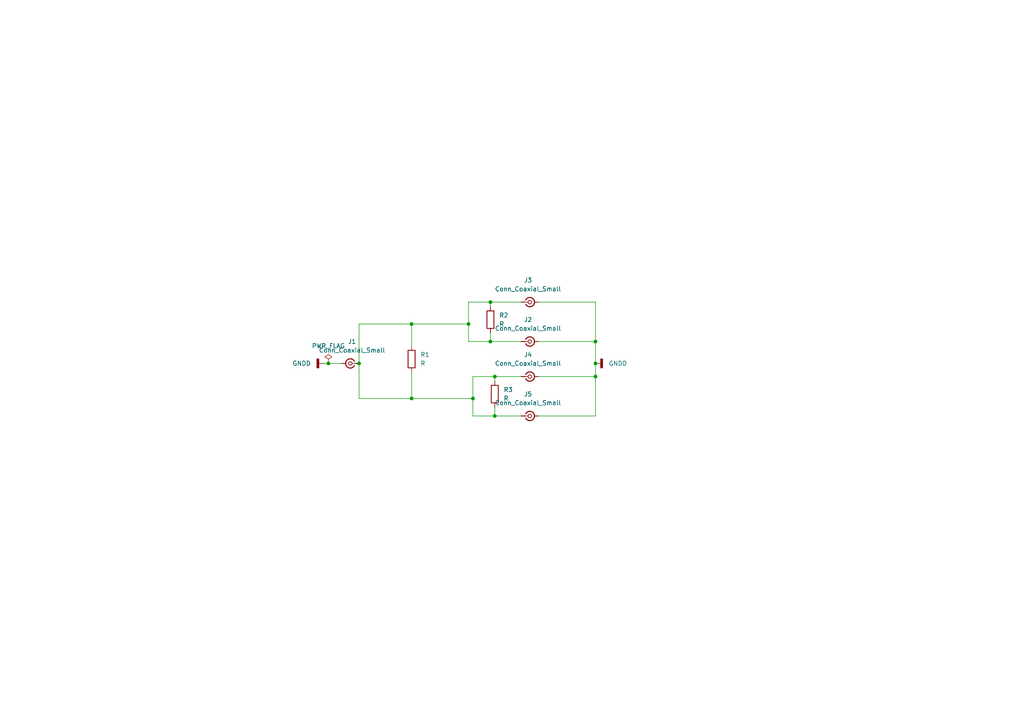
<source format=kicad_sch>
(kicad_sch
	(version 20231120)
	(generator "eeschema")
	(generator_version "8.0")
	(uuid "eb22246d-009d-4e0a-8973-843ed351aee3")
	(paper "A4")
	(lib_symbols
		(symbol "Connector:Conn_Coaxial_Small"
			(pin_numbers hide)
			(pin_names
				(offset 1.016) hide)
			(exclude_from_sim no)
			(in_bom yes)
			(on_board yes)
			(property "Reference" "J"
				(at 0.254 3.048 0)
				(effects
					(font
						(size 1.27 1.27)
					)
				)
			)
			(property "Value" "Conn_Coaxial_Small"
				(at 0 -3.81 0)
				(effects
					(font
						(size 1.27 1.27)
					)
				)
			)
			(property "Footprint" ""
				(at 0 0 0)
				(effects
					(font
						(size 1.27 1.27)
					)
					(hide yes)
				)
			)
			(property "Datasheet" "~"
				(at 0 0 0)
				(effects
					(font
						(size 1.27 1.27)
					)
					(hide yes)
				)
			)
			(property "Description" "small coaxial connector (BNC, SMA, SMB, SMC, Cinch/RCA, LEMO, ...)"
				(at 0 0 0)
				(effects
					(font
						(size 1.27 1.27)
					)
					(hide yes)
				)
			)
			(property "ki_keywords" "BNC SMA SMB SMC LEMO coaxial connector CINCH RCA MCX MMCX U.FL UMRF"
				(at 0 0 0)
				(effects
					(font
						(size 1.27 1.27)
					)
					(hide yes)
				)
			)
			(property "ki_fp_filters" "*BNC* *SMA* *SMB* *SMC* *Cinch* *LEMO* *UMRF* *MCX* *U.FL*"
				(at 0 0 0)
				(effects
					(font
						(size 1.27 1.27)
					)
					(hide yes)
				)
			)
			(symbol "Conn_Coaxial_Small_0_1"
				(polyline
					(pts
						(xy -2.54 0) (xy -0.508 0)
					)
					(stroke
						(width 0)
						(type default)
					)
					(fill
						(type none)
					)
				)
				(circle
					(center 0 0)
					(radius 0.508)
					(stroke
						(width 0.2032)
						(type default)
					)
					(fill
						(type none)
					)
				)
			)
			(symbol "Conn_Coaxial_Small_1_1"
				(arc
					(start -1.1916 -0.6311)
					(mid 0.327 -1.3081)
					(end 1.3484 0.0039)
					(stroke
						(width 0.3048)
						(type default)
					)
					(fill
						(type none)
					)
				)
				(arc
					(start 1.3484 -0.0039)
					(mid 0.327 1.3081)
					(end -1.1916 0.6311)
					(stroke
						(width 0.3048)
						(type default)
					)
					(fill
						(type none)
					)
				)
				(pin passive line
					(at -2.54 0 0)
					(length 1.27)
					(name "In"
						(effects
							(font
								(size 1.27 1.27)
							)
						)
					)
					(number "1"
						(effects
							(font
								(size 1.27 1.27)
							)
						)
					)
				)
				(pin passive line
					(at 2.54 0 180)
					(length 1.27)
					(name "Ext"
						(effects
							(font
								(size 1.27 1.27)
							)
						)
					)
					(number "2"
						(effects
							(font
								(size 1.27 1.27)
							)
						)
					)
				)
			)
		)
		(symbol "Device:R"
			(pin_numbers hide)
			(pin_names
				(offset 0)
			)
			(exclude_from_sim no)
			(in_bom yes)
			(on_board yes)
			(property "Reference" "R"
				(at 2.032 0 90)
				(effects
					(font
						(size 1.27 1.27)
					)
				)
			)
			(property "Value" "R"
				(at 0 0 90)
				(effects
					(font
						(size 1.27 1.27)
					)
				)
			)
			(property "Footprint" ""
				(at -1.778 0 90)
				(effects
					(font
						(size 1.27 1.27)
					)
					(hide yes)
				)
			)
			(property "Datasheet" "~"
				(at 0 0 0)
				(effects
					(font
						(size 1.27 1.27)
					)
					(hide yes)
				)
			)
			(property "Description" "Resistor"
				(at 0 0 0)
				(effects
					(font
						(size 1.27 1.27)
					)
					(hide yes)
				)
			)
			(property "ki_keywords" "R res resistor"
				(at 0 0 0)
				(effects
					(font
						(size 1.27 1.27)
					)
					(hide yes)
				)
			)
			(property "ki_fp_filters" "R_*"
				(at 0 0 0)
				(effects
					(font
						(size 1.27 1.27)
					)
					(hide yes)
				)
			)
			(symbol "R_0_1"
				(rectangle
					(start -1.016 -2.54)
					(end 1.016 2.54)
					(stroke
						(width 0.254)
						(type default)
					)
					(fill
						(type none)
					)
				)
			)
			(symbol "R_1_1"
				(pin passive line
					(at 0 3.81 270)
					(length 1.27)
					(name "~"
						(effects
							(font
								(size 1.27 1.27)
							)
						)
					)
					(number "1"
						(effects
							(font
								(size 1.27 1.27)
							)
						)
					)
				)
				(pin passive line
					(at 0 -3.81 90)
					(length 1.27)
					(name "~"
						(effects
							(font
								(size 1.27 1.27)
							)
						)
					)
					(number "2"
						(effects
							(font
								(size 1.27 1.27)
							)
						)
					)
				)
			)
		)
		(symbol "power:GNDD"
			(power)
			(pin_numbers hide)
			(pin_names
				(offset 0) hide)
			(exclude_from_sim no)
			(in_bom yes)
			(on_board yes)
			(property "Reference" "#PWR"
				(at 0 -6.35 0)
				(effects
					(font
						(size 1.27 1.27)
					)
					(hide yes)
				)
			)
			(property "Value" "GNDD"
				(at 0 -3.175 0)
				(effects
					(font
						(size 1.27 1.27)
					)
				)
			)
			(property "Footprint" ""
				(at 0 0 0)
				(effects
					(font
						(size 1.27 1.27)
					)
					(hide yes)
				)
			)
			(property "Datasheet" ""
				(at 0 0 0)
				(effects
					(font
						(size 1.27 1.27)
					)
					(hide yes)
				)
			)
			(property "Description" "Power symbol creates a global label with name \"GNDD\" , digital ground"
				(at 0 0 0)
				(effects
					(font
						(size 1.27 1.27)
					)
					(hide yes)
				)
			)
			(property "ki_keywords" "global power"
				(at 0 0 0)
				(effects
					(font
						(size 1.27 1.27)
					)
					(hide yes)
				)
			)
			(symbol "GNDD_0_1"
				(rectangle
					(start -1.27 -1.524)
					(end 1.27 -2.032)
					(stroke
						(width 0.254)
						(type default)
					)
					(fill
						(type outline)
					)
				)
				(polyline
					(pts
						(xy 0 0) (xy 0 -1.524)
					)
					(stroke
						(width 0)
						(type default)
					)
					(fill
						(type none)
					)
				)
			)
			(symbol "GNDD_1_1"
				(pin power_in line
					(at 0 0 270)
					(length 0)
					(name "~"
						(effects
							(font
								(size 1.27 1.27)
							)
						)
					)
					(number "1"
						(effects
							(font
								(size 1.27 1.27)
							)
						)
					)
				)
			)
		)
		(symbol "power:PWR_FLAG"
			(power)
			(pin_numbers hide)
			(pin_names
				(offset 0) hide)
			(exclude_from_sim no)
			(in_bom yes)
			(on_board yes)
			(property "Reference" "#FLG"
				(at 0 1.905 0)
				(effects
					(font
						(size 1.27 1.27)
					)
					(hide yes)
				)
			)
			(property "Value" "PWR_FLAG"
				(at 0 3.81 0)
				(effects
					(font
						(size 1.27 1.27)
					)
				)
			)
			(property "Footprint" ""
				(at 0 0 0)
				(effects
					(font
						(size 1.27 1.27)
					)
					(hide yes)
				)
			)
			(property "Datasheet" "~"
				(at 0 0 0)
				(effects
					(font
						(size 1.27 1.27)
					)
					(hide yes)
				)
			)
			(property "Description" "Special symbol for telling ERC where power comes from"
				(at 0 0 0)
				(effects
					(font
						(size 1.27 1.27)
					)
					(hide yes)
				)
			)
			(property "ki_keywords" "flag power"
				(at 0 0 0)
				(effects
					(font
						(size 1.27 1.27)
					)
					(hide yes)
				)
			)
			(symbol "PWR_FLAG_0_0"
				(pin power_out line
					(at 0 0 90)
					(length 0)
					(name "~"
						(effects
							(font
								(size 1.27 1.27)
							)
						)
					)
					(number "1"
						(effects
							(font
								(size 1.27 1.27)
							)
						)
					)
				)
			)
			(symbol "PWR_FLAG_0_1"
				(polyline
					(pts
						(xy 0 0) (xy 0 1.27) (xy -1.016 1.905) (xy 0 2.54) (xy 1.016 1.905) (xy 0 1.27)
					)
					(stroke
						(width 0)
						(type default)
					)
					(fill
						(type none)
					)
				)
			)
		)
	)
	(junction
		(at 95.25 105.41)
		(diameter 0)
		(color 0 0 0 0)
		(uuid "11a098d8-4f4d-4e58-b6ad-fff03d0b15af")
	)
	(junction
		(at 119.38 115.57)
		(diameter 0)
		(color 0 0 0 0)
		(uuid "16b31c8a-e8ec-48b1-9163-7a5b4a007973")
	)
	(junction
		(at 172.72 105.41)
		(diameter 0)
		(color 0 0 0 0)
		(uuid "21772c9a-5e59-4968-9139-577e76cc4a3b")
	)
	(junction
		(at 142.24 99.06)
		(diameter 0)
		(color 0 0 0 0)
		(uuid "785f9f9a-703e-47f0-ae0e-77090b10e844")
	)
	(junction
		(at 137.16 115.57)
		(diameter 0)
		(color 0 0 0 0)
		(uuid "95d717bd-4205-46b0-a22d-d0f739789e96")
	)
	(junction
		(at 104.14 105.41)
		(diameter 0)
		(color 0 0 0 0)
		(uuid "bfec3bcd-a9bc-4e04-b1b3-f37d4c76f99b")
	)
	(junction
		(at 143.51 120.65)
		(diameter 0)
		(color 0 0 0 0)
		(uuid "c0027ae0-3d82-4f54-b5a4-698d4df33e8e")
	)
	(junction
		(at 143.51 109.22)
		(diameter 0)
		(color 0 0 0 0)
		(uuid "c0c799b6-4269-4b53-822c-2893225e5c2f")
	)
	(junction
		(at 172.72 109.22)
		(diameter 0)
		(color 0 0 0 0)
		(uuid "d1b3fed9-b981-464e-8cd6-6bc951d013ec")
	)
	(junction
		(at 172.72 99.06)
		(diameter 0)
		(color 0 0 0 0)
		(uuid "d7da8986-99a4-4d7b-909b-e72861696987")
	)
	(junction
		(at 135.89 93.98)
		(diameter 0)
		(color 0 0 0 0)
		(uuid "de9d8602-cf23-4486-a742-eaf9c0e8b0a8")
	)
	(junction
		(at 142.24 87.63)
		(diameter 0)
		(color 0 0 0 0)
		(uuid "e2255c0a-da82-436c-96d7-6a7e84e44a73")
	)
	(junction
		(at 119.38 93.98)
		(diameter 0)
		(color 0 0 0 0)
		(uuid "eaaf8ec0-3e90-40f8-b402-da491e338419")
	)
	(wire
		(pts
			(xy 156.21 99.06) (xy 172.72 99.06)
		)
		(stroke
			(width 0)
			(type default)
		)
		(uuid "0232adfd-0eb7-447f-811e-d875fe18834b")
	)
	(wire
		(pts
			(xy 135.89 93.98) (xy 135.89 87.63)
		)
		(stroke
			(width 0)
			(type default)
		)
		(uuid "03ba4b4c-23e1-4b0c-9325-d29b24a9de9b")
	)
	(wire
		(pts
			(xy 172.72 120.65) (xy 172.72 109.22)
		)
		(stroke
			(width 0)
			(type default)
		)
		(uuid "06811eb0-c20a-4ad3-9da5-e83ae3e12029")
	)
	(wire
		(pts
			(xy 93.98 105.41) (xy 95.25 105.41)
		)
		(stroke
			(width 0)
			(type default)
		)
		(uuid "0e4924f6-fa48-43fe-ad78-05f34a7d2822")
	)
	(wire
		(pts
			(xy 104.14 93.98) (xy 104.14 105.41)
		)
		(stroke
			(width 0)
			(type default)
		)
		(uuid "0fd2fbd6-cba5-4f7e-9d78-9053df173a12")
	)
	(wire
		(pts
			(xy 104.14 115.57) (xy 119.38 115.57)
		)
		(stroke
			(width 0)
			(type default)
		)
		(uuid "10c9c006-76cb-465e-956c-d80768e0187e")
	)
	(wire
		(pts
			(xy 156.21 109.22) (xy 172.72 109.22)
		)
		(stroke
			(width 0)
			(type default)
		)
		(uuid "15d5d0ad-0292-45b0-acfb-49428c4023fa")
	)
	(wire
		(pts
			(xy 172.72 99.06) (xy 172.72 105.41)
		)
		(stroke
			(width 0)
			(type default)
		)
		(uuid "1e0bc859-db07-4b58-aa08-19634fdfdf72")
	)
	(wire
		(pts
			(xy 119.38 93.98) (xy 119.38 100.33)
		)
		(stroke
			(width 0)
			(type default)
		)
		(uuid "1e106c52-f04b-4992-bb0d-a037a7c96950")
	)
	(wire
		(pts
			(xy 142.24 87.63) (xy 142.24 88.9)
		)
		(stroke
			(width 0)
			(type default)
		)
		(uuid "1fd5f57e-53a8-4b9f-bfa9-4698cc45ce2a")
	)
	(wire
		(pts
			(xy 172.72 109.22) (xy 172.72 105.41)
		)
		(stroke
			(width 0)
			(type default)
		)
		(uuid "23b5203e-a0c1-46d4-ae49-1fab3a21d2da")
	)
	(wire
		(pts
			(xy 142.24 96.52) (xy 142.24 99.06)
		)
		(stroke
			(width 0)
			(type default)
		)
		(uuid "2ee36967-d8b0-4ff9-a249-aa27776cff54")
	)
	(wire
		(pts
			(xy 95.25 105.41) (xy 99.06 105.41)
		)
		(stroke
			(width 0)
			(type default)
		)
		(uuid "30f2d324-b0e7-4b6a-beef-f05c2d56396d")
	)
	(wire
		(pts
			(xy 119.38 115.57) (xy 137.16 115.57)
		)
		(stroke
			(width 0)
			(type default)
		)
		(uuid "470eeeff-ff6e-40bd-9e7d-a915c4ca6711")
	)
	(wire
		(pts
			(xy 156.21 120.65) (xy 172.72 120.65)
		)
		(stroke
			(width 0)
			(type default)
		)
		(uuid "4bcd39fa-064f-4e46-924d-dc713cc5899b")
	)
	(wire
		(pts
			(xy 104.14 105.41) (xy 104.14 115.57)
		)
		(stroke
			(width 0)
			(type default)
		)
		(uuid "50e1c5bf-59be-427c-9872-b793a2ec7ff5")
	)
	(wire
		(pts
			(xy 142.24 99.06) (xy 151.13 99.06)
		)
		(stroke
			(width 0)
			(type default)
		)
		(uuid "572e9d48-4505-4e03-bc59-892362156ece")
	)
	(wire
		(pts
			(xy 172.72 87.63) (xy 172.72 99.06)
		)
		(stroke
			(width 0)
			(type default)
		)
		(uuid "636a3908-7051-4502-bbad-077d9d918db8")
	)
	(wire
		(pts
			(xy 143.51 118.11) (xy 143.51 120.65)
		)
		(stroke
			(width 0)
			(type default)
		)
		(uuid "65e97c29-9424-437e-b464-d86c64a0f146")
	)
	(wire
		(pts
			(xy 119.38 93.98) (xy 135.89 93.98)
		)
		(stroke
			(width 0)
			(type default)
		)
		(uuid "6ac1e843-b119-427d-bd0e-b04d2cccc03e")
	)
	(wire
		(pts
			(xy 135.89 87.63) (xy 142.24 87.63)
		)
		(stroke
			(width 0)
			(type default)
		)
		(uuid "86acfcdc-9e46-4544-92f0-9b79bebbdcc9")
	)
	(wire
		(pts
			(xy 143.51 109.22) (xy 143.51 110.49)
		)
		(stroke
			(width 0)
			(type default)
		)
		(uuid "984d21f7-0794-49ae-a184-f83074cbe8e3")
	)
	(wire
		(pts
			(xy 143.51 109.22) (xy 151.13 109.22)
		)
		(stroke
			(width 0)
			(type default)
		)
		(uuid "9a901df9-9011-437c-8f6c-6d21daf02f0d")
	)
	(wire
		(pts
			(xy 119.38 107.95) (xy 119.38 115.57)
		)
		(stroke
			(width 0)
			(type default)
		)
		(uuid "9f3c4848-188b-4e3f-8ed7-e1699e9260b3")
	)
	(wire
		(pts
			(xy 137.16 115.57) (xy 137.16 120.65)
		)
		(stroke
			(width 0)
			(type default)
		)
		(uuid "a8aad882-9068-424d-ba2f-db6d6c24d4c5")
	)
	(wire
		(pts
			(xy 156.21 87.63) (xy 172.72 87.63)
		)
		(stroke
			(width 0)
			(type default)
		)
		(uuid "b65b8ea8-b5f0-4e3c-aa1c-062def26a0b6")
	)
	(wire
		(pts
			(xy 137.16 109.22) (xy 143.51 109.22)
		)
		(stroke
			(width 0)
			(type default)
		)
		(uuid "bfc17556-43cf-4bb2-8e30-dc17593d9dac")
	)
	(wire
		(pts
			(xy 137.16 115.57) (xy 137.16 109.22)
		)
		(stroke
			(width 0)
			(type default)
		)
		(uuid "c798b21a-a760-4e67-823b-39521eb249ff")
	)
	(wire
		(pts
			(xy 135.89 99.06) (xy 142.24 99.06)
		)
		(stroke
			(width 0)
			(type default)
		)
		(uuid "c80ddcb6-1525-48af-804d-41bd68e03918")
	)
	(wire
		(pts
			(xy 142.24 87.63) (xy 151.13 87.63)
		)
		(stroke
			(width 0)
			(type default)
		)
		(uuid "d0f2bb51-0577-4b12-8f2f-e2d193978973")
	)
	(wire
		(pts
			(xy 135.89 93.98) (xy 135.89 99.06)
		)
		(stroke
			(width 0)
			(type default)
		)
		(uuid "d87ad365-e733-48ee-9405-857606846ec3")
	)
	(wire
		(pts
			(xy 137.16 120.65) (xy 143.51 120.65)
		)
		(stroke
			(width 0)
			(type default)
		)
		(uuid "f3ccf1dd-af10-4c71-b950-2b909fcd95ac")
	)
	(wire
		(pts
			(xy 104.14 93.98) (xy 119.38 93.98)
		)
		(stroke
			(width 0)
			(type default)
		)
		(uuid "f59a40bc-699a-44e6-8c36-29063ea99cb9")
	)
	(wire
		(pts
			(xy 143.51 120.65) (xy 151.13 120.65)
		)
		(stroke
			(width 0)
			(type default)
		)
		(uuid "ffe445b4-ef01-4270-b137-3bbcbd148033")
	)
	(symbol
		(lib_id "Connector:Conn_Coaxial_Small")
		(at 153.67 109.22 0)
		(unit 1)
		(exclude_from_sim no)
		(in_bom yes)
		(on_board yes)
		(dnp no)
		(fields_autoplaced yes)
		(uuid "22cbfede-46c5-46aa-bd24-dcbdb9ecc90c")
		(property "Reference" "J4"
			(at 153.1504 102.87 0)
			(effects
				(font
					(size 1.27 1.27)
				)
			)
		)
		(property "Value" "Conn_Coaxial_Small"
			(at 153.1504 105.41 0)
			(effects
				(font
					(size 1.27 1.27)
				)
			)
		)
		(property "Footprint" "Connector_Coaxial:SMA_Amphenol_132289_EdgeMount"
			(at 153.67 109.22 0)
			(effects
				(font
					(size 1.27 1.27)
				)
				(hide yes)
			)
		)
		(property "Datasheet" "~"
			(at 153.67 109.22 0)
			(effects
				(font
					(size 1.27 1.27)
				)
				(hide yes)
			)
		)
		(property "Description" "small coaxial connector (BNC, SMA, SMB, SMC, Cinch/RCA, LEMO, ...)"
			(at 153.67 109.22 0)
			(effects
				(font
					(size 1.27 1.27)
				)
				(hide yes)
			)
		)
		(pin "1"
			(uuid "f3842587-fdce-4729-a0d2-7a4d77631796")
		)
		(pin "2"
			(uuid "1d47b40a-b620-4bd8-a1b4-2a065e9797b9")
		)
		(instances
			(project "868_pd"
				(path "/eb22246d-009d-4e0a-8973-843ed351aee3"
					(reference "J4")
					(unit 1)
				)
			)
		)
	)
	(symbol
		(lib_id "Device:R")
		(at 119.38 104.14 180)
		(unit 1)
		(exclude_from_sim no)
		(in_bom yes)
		(on_board yes)
		(dnp no)
		(fields_autoplaced yes)
		(uuid "240240b9-9aa7-490d-a750-684a01f73234")
		(property "Reference" "R1"
			(at 121.92 102.8699 0)
			(effects
				(font
					(size 1.27 1.27)
				)
				(justify right)
			)
		)
		(property "Value" "R"
			(at 121.92 105.4099 0)
			(effects
				(font
					(size 1.27 1.27)
				)
				(justify right)
			)
		)
		(property "Footprint" "Resistor_SMD:R_0603_1608Metric"
			(at 121.158 104.14 90)
			(effects
				(font
					(size 1.27 1.27)
				)
				(hide yes)
			)
		)
		(property "Datasheet" "~"
			(at 119.38 104.14 0)
			(effects
				(font
					(size 1.27 1.27)
				)
				(hide yes)
			)
		)
		(property "Description" "Resistor"
			(at 119.38 104.14 0)
			(effects
				(font
					(size 1.27 1.27)
				)
				(hide yes)
			)
		)
		(pin "1"
			(uuid "8ef73abe-ad48-49a5-8599-3aef2eef1338")
		)
		(pin "2"
			(uuid "e8ebc55e-0418-4a6e-ba43-de6d151b4413")
		)
		(instances
			(project ""
				(path "/eb22246d-009d-4e0a-8973-843ed351aee3"
					(reference "R1")
					(unit 1)
				)
			)
		)
	)
	(symbol
		(lib_id "Connector:Conn_Coaxial_Small")
		(at 153.67 99.06 0)
		(unit 1)
		(exclude_from_sim no)
		(in_bom yes)
		(on_board yes)
		(dnp no)
		(fields_autoplaced yes)
		(uuid "6538c133-d1dd-4070-9b11-741529846811")
		(property "Reference" "J2"
			(at 153.1504 92.71 0)
			(effects
				(font
					(size 1.27 1.27)
				)
			)
		)
		(property "Value" "Conn_Coaxial_Small"
			(at 153.1504 95.25 0)
			(effects
				(font
					(size 1.27 1.27)
				)
			)
		)
		(property "Footprint" "Connector_Coaxial:SMA_Amphenol_132289_EdgeMount"
			(at 153.67 99.06 0)
			(effects
				(font
					(size 1.27 1.27)
				)
				(hide yes)
			)
		)
		(property "Datasheet" "~"
			(at 153.67 99.06 0)
			(effects
				(font
					(size 1.27 1.27)
				)
				(hide yes)
			)
		)
		(property "Description" "small coaxial connector (BNC, SMA, SMB, SMC, Cinch/RCA, LEMO, ...)"
			(at 153.67 99.06 0)
			(effects
				(font
					(size 1.27 1.27)
				)
				(hide yes)
			)
		)
		(pin "1"
			(uuid "e0537365-1560-456a-a37d-96067a37feff")
		)
		(pin "2"
			(uuid "acb2e4b0-95bb-41c0-876b-082a0acf46cb")
		)
		(instances
			(project "868_pd"
				(path "/eb22246d-009d-4e0a-8973-843ed351aee3"
					(reference "J2")
					(unit 1)
				)
			)
		)
	)
	(symbol
		(lib_id "Connector:Conn_Coaxial_Small")
		(at 153.67 120.65 0)
		(unit 1)
		(exclude_from_sim no)
		(in_bom yes)
		(on_board yes)
		(dnp no)
		(fields_autoplaced yes)
		(uuid "9400f1e9-1420-4fd9-8b83-ac7fce4c64c1")
		(property "Reference" "J5"
			(at 153.1504 114.3 0)
			(effects
				(font
					(size 1.27 1.27)
				)
			)
		)
		(property "Value" "Conn_Coaxial_Small"
			(at 153.1504 116.84 0)
			(effects
				(font
					(size 1.27 1.27)
				)
			)
		)
		(property "Footprint" "Connector_Coaxial:SMA_Amphenol_132289_EdgeMount"
			(at 153.67 120.65 0)
			(effects
				(font
					(size 1.27 1.27)
				)
				(hide yes)
			)
		)
		(property "Datasheet" "~"
			(at 153.67 120.65 0)
			(effects
				(font
					(size 1.27 1.27)
				)
				(hide yes)
			)
		)
		(property "Description" "small coaxial connector (BNC, SMA, SMB, SMC, Cinch/RCA, LEMO, ...)"
			(at 153.67 120.65 0)
			(effects
				(font
					(size 1.27 1.27)
				)
				(hide yes)
			)
		)
		(pin "1"
			(uuid "81f2a336-be16-4bdc-9b54-9a3d768dd4d2")
		)
		(pin "2"
			(uuid "e0273ab5-953d-4b60-97e3-c927c34c2141")
		)
		(instances
			(project "868_pd"
				(path "/eb22246d-009d-4e0a-8973-843ed351aee3"
					(reference "J5")
					(unit 1)
				)
			)
		)
	)
	(symbol
		(lib_id "power:PWR_FLAG")
		(at 95.25 105.41 0)
		(unit 1)
		(exclude_from_sim no)
		(in_bom yes)
		(on_board yes)
		(dnp no)
		(fields_autoplaced yes)
		(uuid "9a5da528-aeea-4650-8477-10d7da4b5dc3")
		(property "Reference" "#FLG01"
			(at 95.25 103.505 0)
			(effects
				(font
					(size 1.27 1.27)
				)
				(hide yes)
			)
		)
		(property "Value" "PWR_FLAG"
			(at 95.25 100.33 0)
			(effects
				(font
					(size 1.27 1.27)
				)
			)
		)
		(property "Footprint" ""
			(at 95.25 105.41 0)
			(effects
				(font
					(size 1.27 1.27)
				)
				(hide yes)
			)
		)
		(property "Datasheet" "~"
			(at 95.25 105.41 0)
			(effects
				(font
					(size 1.27 1.27)
				)
				(hide yes)
			)
		)
		(property "Description" "Special symbol for telling ERC where power comes from"
			(at 95.25 105.41 0)
			(effects
				(font
					(size 1.27 1.27)
				)
				(hide yes)
			)
		)
		(pin "1"
			(uuid "3dbe1ec2-156d-40c7-a372-f3e3423f9916")
		)
		(instances
			(project ""
				(path "/eb22246d-009d-4e0a-8973-843ed351aee3"
					(reference "#FLG01")
					(unit 1)
				)
			)
		)
	)
	(symbol
		(lib_id "Connector:Conn_Coaxial_Small")
		(at 101.6 105.41 180)
		(unit 1)
		(exclude_from_sim no)
		(in_bom yes)
		(on_board yes)
		(dnp no)
		(fields_autoplaced yes)
		(uuid "9c80f1df-d303-47c5-a0d5-e2c4b38e72c3")
		(property "Reference" "J1"
			(at 102.1195 99.06 0)
			(effects
				(font
					(size 1.27 1.27)
				)
			)
		)
		(property "Value" "Conn_Coaxial_Small"
			(at 102.1195 101.6 0)
			(effects
				(font
					(size 1.27 1.27)
				)
			)
		)
		(property "Footprint" "Connector_Coaxial:SMA_Amphenol_132289_EdgeMount"
			(at 101.6 105.41 0)
			(effects
				(font
					(size 1.27 1.27)
				)
				(hide yes)
			)
		)
		(property "Datasheet" "~"
			(at 101.6 105.41 0)
			(effects
				(font
					(size 1.27 1.27)
				)
				(hide yes)
			)
		)
		(property "Description" "small coaxial connector (BNC, SMA, SMB, SMC, Cinch/RCA, LEMO, ...)"
			(at 101.6 105.41 0)
			(effects
				(font
					(size 1.27 1.27)
				)
				(hide yes)
			)
		)
		(pin "1"
			(uuid "878b86ab-ab2a-48be-be0d-75af64343cd2")
		)
		(pin "2"
			(uuid "3a0b16ea-0bde-47b0-a70f-50fe526ff420")
		)
		(instances
			(project ""
				(path "/eb22246d-009d-4e0a-8973-843ed351aee3"
					(reference "J1")
					(unit 1)
				)
			)
		)
	)
	(symbol
		(lib_id "Connector:Conn_Coaxial_Small")
		(at 153.67 87.63 0)
		(unit 1)
		(exclude_from_sim no)
		(in_bom yes)
		(on_board yes)
		(dnp no)
		(fields_autoplaced yes)
		(uuid "a68512e6-93f5-4e79-a3c6-57de84abd7a4")
		(property "Reference" "J3"
			(at 153.1504 81.28 0)
			(effects
				(font
					(size 1.27 1.27)
				)
			)
		)
		(property "Value" "Conn_Coaxial_Small"
			(at 153.1504 83.82 0)
			(effects
				(font
					(size 1.27 1.27)
				)
			)
		)
		(property "Footprint" "Connector_Coaxial:SMA_Amphenol_132289_EdgeMount"
			(at 153.67 87.63 0)
			(effects
				(font
					(size 1.27 1.27)
				)
				(hide yes)
			)
		)
		(property "Datasheet" "~"
			(at 153.67 87.63 0)
			(effects
				(font
					(size 1.27 1.27)
				)
				(hide yes)
			)
		)
		(property "Description" "small coaxial connector (BNC, SMA, SMB, SMC, Cinch/RCA, LEMO, ...)"
			(at 153.67 87.63 0)
			(effects
				(font
					(size 1.27 1.27)
				)
				(hide yes)
			)
		)
		(pin "1"
			(uuid "ea4e18e7-7013-4d71-b35c-b26f2cd1b7ed")
		)
		(pin "2"
			(uuid "a318fc47-8d17-44ed-8939-06807d45be2e")
		)
		(instances
			(project "868_pd"
				(path "/eb22246d-009d-4e0a-8973-843ed351aee3"
					(reference "J3")
					(unit 1)
				)
			)
		)
	)
	(symbol
		(lib_id "power:GNDD")
		(at 93.98 105.41 270)
		(unit 1)
		(exclude_from_sim no)
		(in_bom yes)
		(on_board yes)
		(dnp no)
		(fields_autoplaced yes)
		(uuid "d21e3078-8873-462f-bc43-852e226e6f74")
		(property "Reference" "#PWR02"
			(at 87.63 105.41 0)
			(effects
				(font
					(size 1.27 1.27)
				)
				(hide yes)
			)
		)
		(property "Value" "GNDD"
			(at 90.17 105.4099 90)
			(effects
				(font
					(size 1.27 1.27)
				)
				(justify right)
			)
		)
		(property "Footprint" ""
			(at 93.98 105.41 0)
			(effects
				(font
					(size 1.27 1.27)
				)
				(hide yes)
			)
		)
		(property "Datasheet" ""
			(at 93.98 105.41 0)
			(effects
				(font
					(size 1.27 1.27)
				)
				(hide yes)
			)
		)
		(property "Description" "Power symbol creates a global label with name \"GNDD\" , digital ground"
			(at 93.98 105.41 0)
			(effects
				(font
					(size 1.27 1.27)
				)
				(hide yes)
			)
		)
		(pin "1"
			(uuid "165c00f3-2a10-42f3-b7ae-5a61adfe635d")
		)
		(instances
			(project "868_pd"
				(path "/eb22246d-009d-4e0a-8973-843ed351aee3"
					(reference "#PWR02")
					(unit 1)
				)
			)
		)
	)
	(symbol
		(lib_id "Device:R")
		(at 143.51 114.3 180)
		(unit 1)
		(exclude_from_sim no)
		(in_bom yes)
		(on_board yes)
		(dnp no)
		(fields_autoplaced yes)
		(uuid "dcebf097-427c-4eaa-8920-c8362eb25b99")
		(property "Reference" "R3"
			(at 146.05 113.0299 0)
			(effects
				(font
					(size 1.27 1.27)
				)
				(justify right)
			)
		)
		(property "Value" "R"
			(at 146.05 115.5699 0)
			(effects
				(font
					(size 1.27 1.27)
				)
				(justify right)
			)
		)
		(property "Footprint" "Resistor_SMD:R_0603_1608Metric"
			(at 145.288 114.3 90)
			(effects
				(font
					(size 1.27 1.27)
				)
				(hide yes)
			)
		)
		(property "Datasheet" "~"
			(at 143.51 114.3 0)
			(effects
				(font
					(size 1.27 1.27)
				)
				(hide yes)
			)
		)
		(property "Description" "Resistor"
			(at 143.51 114.3 0)
			(effects
				(font
					(size 1.27 1.27)
				)
				(hide yes)
			)
		)
		(pin "1"
			(uuid "32718ee2-c791-41d6-a999-18923901369f")
		)
		(pin "2"
			(uuid "241e68c2-ca01-4414-8138-43cdb10bd341")
		)
		(instances
			(project "868_pd"
				(path "/eb22246d-009d-4e0a-8973-843ed351aee3"
					(reference "R3")
					(unit 1)
				)
			)
		)
	)
	(symbol
		(lib_id "Device:R")
		(at 142.24 92.71 180)
		(unit 1)
		(exclude_from_sim no)
		(in_bom yes)
		(on_board yes)
		(dnp no)
		(fields_autoplaced yes)
		(uuid "e188c197-153e-4c8c-a3b0-06c6376fe800")
		(property "Reference" "R2"
			(at 144.78 91.4399 0)
			(effects
				(font
					(size 1.27 1.27)
				)
				(justify right)
			)
		)
		(property "Value" "R"
			(at 144.78 93.9799 0)
			(effects
				(font
					(size 1.27 1.27)
				)
				(justify right)
			)
		)
		(property "Footprint" "Resistor_SMD:R_0603_1608Metric"
			(at 144.018 92.71 90)
			(effects
				(font
					(size 1.27 1.27)
				)
				(hide yes)
			)
		)
		(property "Datasheet" "~"
			(at 142.24 92.71 0)
			(effects
				(font
					(size 1.27 1.27)
				)
				(hide yes)
			)
		)
		(property "Description" "Resistor"
			(at 142.24 92.71 0)
			(effects
				(font
					(size 1.27 1.27)
				)
				(hide yes)
			)
		)
		(pin "1"
			(uuid "a253311e-d0f7-47d4-8441-ac50f353eb84")
		)
		(pin "2"
			(uuid "933c5cc5-420f-45e5-a8e9-9aeef1f28e9d")
		)
		(instances
			(project "868_pd"
				(path "/eb22246d-009d-4e0a-8973-843ed351aee3"
					(reference "R2")
					(unit 1)
				)
			)
		)
	)
	(symbol
		(lib_id "power:GNDD")
		(at 172.72 105.41 90)
		(unit 1)
		(exclude_from_sim no)
		(in_bom yes)
		(on_board yes)
		(dnp no)
		(fields_autoplaced yes)
		(uuid "f38b67d3-0680-4c20-9f37-39b950327dc2")
		(property "Reference" "#PWR01"
			(at 179.07 105.41 0)
			(effects
				(font
					(size 1.27 1.27)
				)
				(hide yes)
			)
		)
		(property "Value" "GNDD"
			(at 176.53 105.4099 90)
			(effects
				(font
					(size 1.27 1.27)
				)
				(justify right)
			)
		)
		(property "Footprint" ""
			(at 172.72 105.41 0)
			(effects
				(font
					(size 1.27 1.27)
				)
				(hide yes)
			)
		)
		(property "Datasheet" ""
			(at 172.72 105.41 0)
			(effects
				(font
					(size 1.27 1.27)
				)
				(hide yes)
			)
		)
		(property "Description" "Power symbol creates a global label with name \"GNDD\" , digital ground"
			(at 172.72 105.41 0)
			(effects
				(font
					(size 1.27 1.27)
				)
				(hide yes)
			)
		)
		(pin "1"
			(uuid "1d5745f2-af8a-467f-9aa1-89d1f0b2ee78")
		)
		(instances
			(project ""
				(path "/eb22246d-009d-4e0a-8973-843ed351aee3"
					(reference "#PWR01")
					(unit 1)
				)
			)
		)
	)
	(sheet_instances
		(path "/"
			(page "1")
		)
	)
)

</source>
